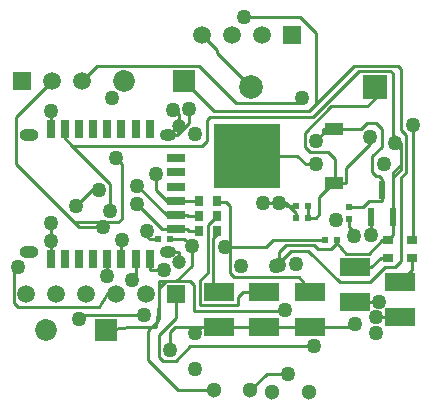
<source format=gbl>
G04 Layer_Physical_Order=3*
G04 Layer_Color=16711680*
%FSLAX25Y25*%
%MOIN*%
G70*
G01*
G75*
%ADD12R,0.02756X0.03543*%
%ADD13R,0.01968X0.02362*%
%ADD14R,0.03543X0.02756*%
%ADD15R,0.02362X0.01968*%
%ADD17C,0.01000*%
%ADD18C,0.05118*%
%ADD19R,0.05905X0.05905*%
%ADD20C,0.05905*%
%ADD21C,0.07283*%
%ADD22R,0.07283X0.07283*%
%ADD23R,0.07874X0.07874*%
%ADD24C,0.07874*%
%ADD25C,0.05000*%
%ADD35R,0.10236X0.05905*%
%ADD36R,0.06299X0.03937*%
%ADD37R,0.22441X0.21654*%
%ADD38C,0.04724*%
%ADD39R,0.03150X0.05905*%
%ADD40R,0.05905X0.03150*%
%ADD41O,0.06299X0.03937*%
%ADD42O,0.05512X0.03937*%
%ADD43R,0.02362X0.05905*%
D12*
X557047Y61000D02*
D03*
X562953D02*
D03*
X557047Y71000D02*
D03*
X562953D02*
D03*
X557047Y66000D02*
D03*
X562953D02*
D03*
D13*
X607000Y65031D02*
D03*
Y68968D02*
D03*
D14*
X620000Y57953D02*
D03*
Y52047D02*
D03*
X628000Y57953D02*
D03*
Y52047D02*
D03*
D15*
X547386Y58268D02*
D03*
X543449D02*
D03*
X589378Y65331D02*
D03*
X593315D02*
D03*
X589378Y69268D02*
D03*
X593315D02*
D03*
X599031Y58000D02*
D03*
X602968D02*
D03*
D17*
X553753Y97000D02*
X549588Y92835D01*
X507551Y51693D02*
Y63646D01*
X557653Y28780D02*
X548878D01*
X589378Y67022D02*
X587132Y69268D01*
X608579Y116012D02*
X595900Y103333D01*
X530100Y63800D02*
X515413D01*
X517113Y62100D02*
X515413Y63800D01*
X561700Y40591D02*
Y58500D01*
X566000Y70500D02*
X562953D01*
X591800Y40591D02*
Y44000D01*
X602200Y77004D02*
Y85013D01*
Y77004D02*
X602134D01*
X606000D02*
X602200D01*
X628200Y57953D02*
Y96391D01*
X598500Y93500D02*
Y94996D01*
X583727Y70400D02*
X578327D01*
X585089D02*
X583727D01*
X586000D02*
X585089D01*
X587132Y69268D02*
X586000Y70400D01*
X587132Y69268D02*
X586221D01*
X589378D02*
X587132D01*
X578732Y28780D02*
X563772D01*
X594087D02*
X578732D01*
X608313D02*
X594087D01*
X527412Y76713D02*
X514712Y89413D01*
X624339Y90261D02*
X621600Y93000D01*
X621740Y78814D02*
Y80500D01*
Y65472D02*
Y78814D01*
X523600Y74700D02*
X521300D01*
X516000Y69400D01*
X529488Y39764D02*
X526200D01*
X523700Y35500D01*
X496700D01*
X495200Y37000D01*
Y47600D01*
X496600Y49000D02*
X495200Y47600D01*
X549480Y70984D02*
X546216D01*
X542600Y74600D01*
Y79900D01*
X549480Y66260D02*
X546183D01*
X536500Y75943D01*
X544800Y61535D02*
X536435Y69900D01*
X549480Y61535D02*
X544800D01*
X525100Y62100D02*
X517113D01*
X496000Y83213D02*
Y99000D01*
X531300Y83300D02*
X529300Y85300D01*
X531300Y65000D02*
Y83300D01*
Y65000D02*
X530100Y63800D01*
X515413D02*
X496000Y83213D01*
X508000Y111000D02*
X496000Y99000D01*
X614100Y89898D02*
Y92400D01*
Y89898D02*
X606000Y81798D01*
Y77004D02*
Y81798D01*
X596090Y83200D02*
X592600D01*
X589800Y86000D01*
X573000D01*
X624339Y81413D02*
X621740Y78814D01*
X624339Y81413D02*
Y90261D01*
X621600Y93000D02*
Y113425D01*
X620800Y114225D01*
X610300D01*
X594975Y98900D01*
X560600D01*
X559546Y97846D01*
Y90959D02*
Y97846D01*
Y90959D02*
X558000Y89413D01*
X514712D01*
X512276Y91849D01*
X527412Y67587D02*
Y76713D01*
X512276Y91849D02*
Y95000D01*
X552132Y58268D02*
X547386D01*
X554600Y55800D02*
X552132Y58268D01*
X554600Y49200D02*
Y55800D01*
Y49200D02*
X549500Y44100D01*
X543800D01*
Y36600D02*
Y44100D01*
Y36600D02*
X542648Y28847D01*
X533647D01*
X526000Y28000D01*
X606000Y53400D02*
X602968Y57000D01*
X613547Y53400D02*
X606000D01*
X618100Y57953D02*
X613547Y53400D01*
X620000Y57953D02*
X618100D01*
X535898Y45700D02*
X534813Y44615D01*
X535898Y45700D02*
Y51693D01*
X583600Y49500D02*
Y53800D01*
X586000Y56200D02*
X583600Y53800D01*
X596800Y54900D02*
X595500Y56200D01*
X600868Y54900D02*
X596800D01*
X602968Y57000D02*
Y58000D01*
Y57000D02*
X600868Y54900D01*
X595500Y56200D02*
X586000D01*
X586800Y13200D02*
X579578D01*
X574157Y7780D01*
X585700Y34700D02*
X585400Y34400D01*
X555200D01*
Y43000D01*
X554100Y44100D01*
X546000D01*
X543800Y41900D01*
Y31600D02*
Y41900D01*
Y31600D02*
X539900Y27700D01*
Y17888D02*
Y27700D01*
X550008Y7780D02*
X539900Y17888D01*
X561953Y7780D02*
X550008D01*
X594087Y40591D02*
X591800D01*
Y44000D02*
X590300Y45500D01*
X568800D01*
X567300Y47000D01*
Y69200D01*
X566000Y70500D01*
X562953D02*
Y71000D01*
X587700Y54400D02*
X582600Y49300D01*
X593500Y54400D02*
X587700D01*
X604000Y43900D02*
X593500Y54400D01*
X614000Y43900D02*
X604000D01*
X618900Y48800D02*
X614000Y43900D01*
X622200Y48800D02*
X618900D01*
X624400Y51000D02*
X622200Y48800D01*
X624400Y51000D02*
Y78726D01*
X626127Y80453D02*
X624400Y78726D01*
X626127Y80453D02*
Y92775D01*
X624400Y94501D01*
Y115024D01*
X623412Y116012D01*
X608579D01*
X593567Y101000D02*
X562000D01*
X552000Y111000D01*
X526449Y45800D02*
Y51693D01*
X531200Y58000D02*
X531173Y57973D01*
Y51693D02*
Y57973D01*
X621740Y59693D02*
Y65472D01*
Y59693D02*
X620000Y57953D01*
X611096Y94996D02*
X602134D01*
X613100Y97000D02*
X611096Y94996D01*
X615900Y97000D02*
X613100D01*
X617900Y95000D02*
X615900Y97000D01*
X617900Y88887D02*
Y95000D01*
Y88887D02*
X614764Y85752D01*
Y80648D02*
Y85752D01*
X616000Y79413D02*
X614764Y80648D01*
X617000Y79413D02*
X616000D01*
X618000Y78413D02*
X617000Y79413D01*
X618000Y74528D02*
Y78413D01*
X624300Y88300D02*
X622300Y90300D01*
X624300Y83060D02*
Y88300D01*
Y83060D02*
X621740Y80500D01*
X591300Y105200D02*
X589800Y103700D01*
X569300D01*
X557000Y116000D01*
X523000D01*
X518000Y111000D01*
X518200Y33000D02*
X516900Y31700D01*
X538600Y33000D02*
X518200D01*
X590800Y132100D02*
X572100D01*
X595900Y127000D02*
X590800Y132100D01*
X595900Y103333D02*
Y127000D01*
Y103333D02*
X593567Y101000D01*
X615591Y105000D02*
Y109000D01*
Y105000D02*
X613091Y102500D01*
X601103D01*
X592200Y93597D01*
Y89000D02*
Y93597D01*
X593987Y87213D02*
X592200Y89000D01*
X600000Y87213D02*
X593987D01*
X602200Y85013D02*
X600000Y87213D01*
X602134Y94996D02*
X598500D01*
Y93500D02*
X596000Y91000D01*
X563110Y121126D02*
X557858Y126378D01*
X563110Y120299D02*
Y121126D01*
X574410Y109000D02*
X563110Y120299D01*
X596000Y65331D02*
X593315D01*
X597125Y66456D02*
X596000Y65331D01*
X597125Y66456D02*
Y72329D01*
X601800Y77004D02*
X597125Y72329D01*
X602134Y77004D02*
X601800D01*
X547499Y21400D02*
Y27400D01*
X548878Y28780D02*
X547499Y27400D01*
X549488Y32040D02*
Y39764D01*
Y32040D02*
X543700Y26252D01*
Y18913D02*
Y26252D01*
X545000Y17613D02*
X543700Y18913D01*
X549286Y17613D02*
X545000D01*
X554173Y22500D02*
X549286Y17613D01*
X595300Y22500D02*
X554173D01*
X609120Y29587D02*
Y30000D01*
Y29587D02*
X608313Y28780D01*
X549118Y101346D02*
X548465D01*
X550465Y100000D02*
X549118Y101346D01*
X550465Y95984D02*
Y100000D01*
X553753Y97000D02*
Y101546D01*
X549588Y92835D02*
X546528D01*
X557653Y28780D02*
X555653Y26780D01*
X563772Y28780D02*
X557653D01*
X608600Y59380D02*
Y60509D01*
X607000Y62108D01*
Y65031D01*
X586221Y69268D02*
X585089Y70400D01*
X589378Y65331D02*
Y67022D01*
X614469Y48906D02*
X609000D01*
X617611Y52047D02*
X614469Y48906D01*
X620000Y52047D02*
X617611D01*
X628200Y57953D02*
X628000D01*
X539798Y59000D02*
Y61000D01*
X540530Y58268D02*
X539798Y59000D01*
X543449Y58268D02*
X540530D01*
X562953Y59753D02*
Y61000D01*
Y59753D02*
X561700Y58500D01*
X563772Y40591D02*
X561700D01*
X578732D02*
X571768D01*
X570177Y39000D01*
Y36350D02*
Y39000D01*
Y36350D02*
X557366D01*
Y44466D01*
X559900Y47000D02*
X557366Y44466D01*
X559900Y47000D02*
Y62947D01*
X562953Y66000D02*
X559900Y62947D01*
X540622Y47900D02*
Y51693D01*
X545248Y47900D02*
X540622D01*
X628000Y47906D02*
X624000Y43906D01*
X628000Y47906D02*
Y52047D01*
X618000Y71000D02*
Y74528D01*
Y71000D02*
X613832D01*
X611800Y68968D01*
X607000D01*
X579309Y55600D02*
X565780D01*
X581708Y58000D02*
X579309Y55600D01*
X599031Y58000D02*
X581708D01*
X553284Y70984D02*
X549480D01*
X553300Y71000D02*
X553284Y70984D01*
X557047Y71000D02*
X553300D01*
X553140Y66260D02*
X549480D01*
X553400Y66000D02*
X553140Y66260D01*
X557047Y66000D02*
X553400D01*
X553065Y61535D02*
X549480D01*
X553600Y61000D02*
X553065Y61535D01*
X557047Y61000D02*
X553600D01*
X593315Y65331D02*
Y69268D01*
X550465Y50709D02*
Y53858D01*
X546528D01*
X624000Y32094D02*
X615882D01*
X617118Y37094D02*
X609000D01*
X614260Y59520D02*
Y65472D01*
X507551Y95000D02*
Y100953D01*
D18*
X581441Y7386D02*
D03*
X593646D02*
D03*
X561953Y7780D02*
D03*
X574157D02*
D03*
D19*
X498000Y111000D02*
D03*
X549488Y39764D02*
D03*
X587858Y126378D02*
D03*
D20*
X508000Y111000D02*
D03*
X518000D02*
D03*
X499488Y39764D02*
D03*
X509488D02*
D03*
X519488D02*
D03*
X529488D02*
D03*
X539488D02*
D03*
X577858Y126378D02*
D03*
X567858D02*
D03*
X557858D02*
D03*
D21*
X532000Y111000D02*
D03*
X506000Y28000D02*
D03*
D22*
X552000Y111000D02*
D03*
X526000Y28000D02*
D03*
D23*
X615591Y109000D02*
D03*
D24*
X574410D02*
D03*
D25*
X523600Y74700D02*
D03*
X516000Y69400D02*
D03*
X496600Y49000D02*
D03*
X542600Y79900D02*
D03*
X536500Y75943D02*
D03*
X536435Y69900D02*
D03*
X525100Y62100D02*
D03*
X529300Y85300D02*
D03*
X614100Y92400D02*
D03*
X596090Y83200D02*
D03*
X507600Y57700D02*
D03*
X527412Y67587D02*
D03*
X554600Y55800D02*
D03*
X534813Y44615D02*
D03*
X583600Y49500D02*
D03*
X586800Y13200D02*
D03*
X585700Y34700D02*
D03*
X582600Y49300D02*
D03*
X526449Y45800D02*
D03*
X531200Y58000D02*
D03*
X618552Y83200D02*
D03*
X622300Y90300D02*
D03*
X591300Y105200D02*
D03*
X516900Y31700D02*
D03*
X538600Y33000D02*
D03*
X528000Y105300D02*
D03*
X555759Y93200D02*
D03*
X572100Y132100D02*
D03*
X596000Y91000D02*
D03*
X547499Y21400D02*
D03*
X595300Y22500D02*
D03*
X609120Y30000D02*
D03*
X555700Y14800D02*
D03*
X548465Y101346D02*
D03*
X553753Y101546D02*
D03*
X555653Y26780D02*
D03*
X608600Y59380D02*
D03*
X583727Y70400D02*
D03*
X578327D02*
D03*
X628200Y96391D02*
D03*
X539798Y61000D02*
D03*
X545248Y47900D02*
D03*
X507551Y63646D02*
D03*
X565780Y55600D02*
D03*
X615900Y27000D02*
D03*
X602700Y64500D02*
D03*
X615882Y32094D02*
D03*
X617118Y37094D02*
D03*
X614260Y59520D02*
D03*
X589409Y49858D02*
D03*
X571150Y49315D02*
D03*
X507551Y100953D02*
D03*
D35*
X594087Y40591D02*
D03*
Y28780D02*
D03*
X563772Y40591D02*
D03*
Y28780D02*
D03*
X578732Y40591D02*
D03*
Y28780D02*
D03*
X624000Y43906D02*
D03*
Y32094D02*
D03*
X609000Y48906D02*
D03*
Y37094D02*
D03*
D36*
X602134Y77004D02*
D03*
Y94996D02*
D03*
D37*
X573000Y86000D02*
D03*
D38*
X550465Y95984D02*
D03*
Y50709D02*
D03*
D39*
X540622Y51693D02*
D03*
X535898D02*
D03*
X531173D02*
D03*
X526449D02*
D03*
X521724D02*
D03*
X517000D02*
D03*
X512276D02*
D03*
X507551D02*
D03*
Y95000D02*
D03*
X512276D02*
D03*
X517000D02*
D03*
X521724D02*
D03*
X526449D02*
D03*
X531173D02*
D03*
X535898D02*
D03*
X540622D02*
D03*
D40*
X549480Y61535D02*
D03*
Y66260D02*
D03*
Y70984D02*
D03*
Y75709D02*
D03*
Y80433D02*
D03*
Y85157D02*
D03*
D41*
X500465Y53858D02*
D03*
Y92835D02*
D03*
D42*
X546528Y53858D02*
D03*
Y92835D02*
D03*
D43*
X618000Y74528D02*
D03*
X621740Y65472D02*
D03*
X614260D02*
D03*
M02*

</source>
